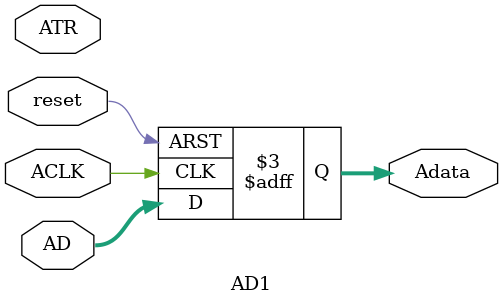
<source format=v>
module AD1(
input           reset,          //系统复位
input           ACLK,           //采样时钟，不超过65MHz
input           ATR,            //通道一，超出量程标志
input   [11:0]  AD,             //12位AD数据

output  reg [11:0]  Adata           //AD1采集的数据
);

always@(posedge ACLK or negedge reset)
begin
    if(!reset)
        Adata<=12'd0;
    else 
        Adata<=AD;
end

endmodule

</source>
